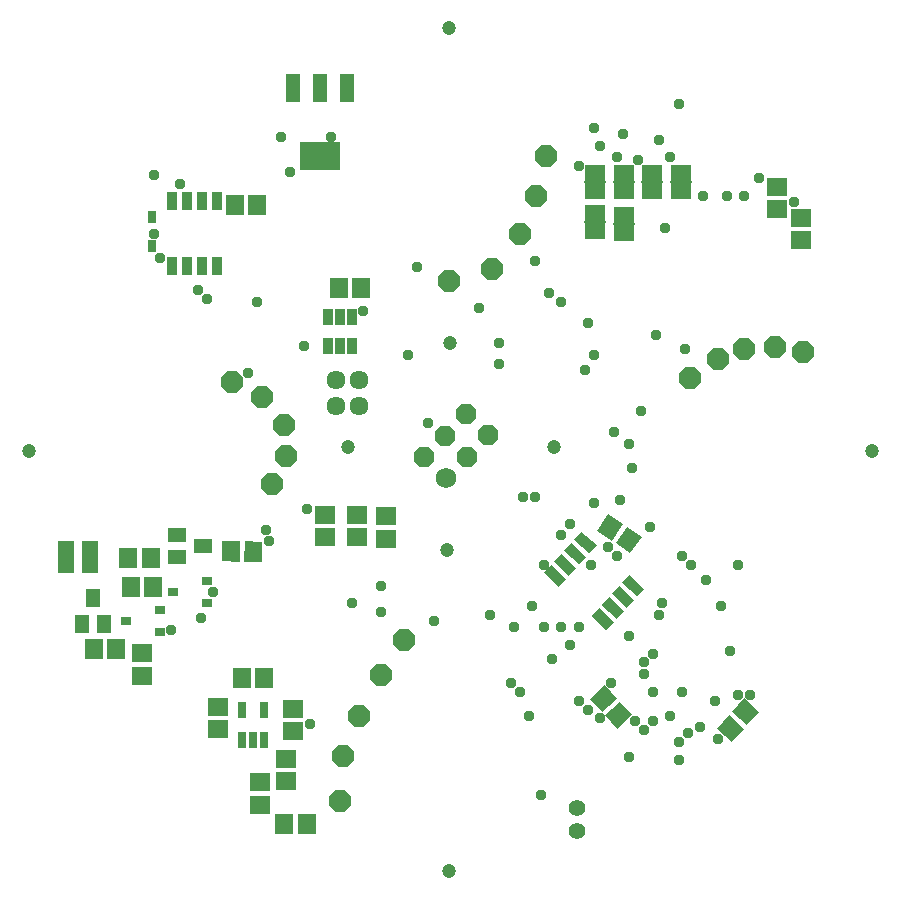
<source format=gbr>
G04 EAGLE Gerber RS-274X export*
G75*
%MOMM*%
%FSLAX34Y34*%
%LPD*%
%INSoldermask Bottom*%
%IPPOS*%
%AMOC8*
5,1,8,0,0,1.08239X$1,22.5*%
G01*
%ADD10C,1.203200*%
%ADD11R,1.703200X1.503200*%
%ADD12R,1.503200X1.703200*%
%ADD13R,0.803200X1.003200*%
%ADD14R,0.903200X1.503200*%
%ADD15R,1.728200X0.903200*%
%ADD16R,1.203200X1.603200*%
%ADD17R,1.503200X1.803200*%
%ADD18R,0.838200X1.473200*%
%ADD19R,1.153200X2.353200*%
%ADD20R,3.453200X2.353200*%
%ADD21R,0.903200X0.703200*%
%ADD22R,1.603200X1.203200*%
%ADD23C,1.727200*%
%ADD24P,1.869504X8X67.900000*%
%ADD25R,1.803400X1.371600*%
%ADD26R,1.828800X0.152400*%
%ADD27R,1.473200X2.743200*%
%ADD28P,1.951982X8X22.500000*%
%ADD29R,0.753200X1.403200*%
%ADD30C,1.411200*%
%ADD31C,1.611200*%
%ADD32C,0.959600*%


D10*
X-366000Y-6000D03*
X348000Y-6000D03*
X-10000Y352000D03*
X-10000Y-362000D03*
X-95540Y-2520D03*
X78460Y-2520D03*
X-9540Y85480D03*
X-12000Y-90000D03*
D11*
X-115320Y-60220D03*
X-115320Y-79220D03*
D12*
G36*
X119428Y-226957D02*
X109467Y-215698D01*
X122222Y-204413D01*
X132183Y-215672D01*
X119428Y-226957D01*
G37*
G36*
X132018Y-241187D02*
X122057Y-229928D01*
X134812Y-218643D01*
X144773Y-229902D01*
X132018Y-241187D01*
G37*
D11*
X-87560Y-60160D03*
X-87560Y-79160D03*
D13*
X-261260Y192140D03*
X-261260Y167140D03*
D14*
X-232230Y150940D03*
X-244930Y150940D03*
X-219530Y150940D03*
X-206830Y150940D03*
X-232230Y205940D03*
X-244930Y205940D03*
X-219530Y205940D03*
X-206830Y205940D03*
D15*
G36*
X142229Y-110857D02*
X155010Y-122487D01*
X148931Y-129167D01*
X136150Y-117537D01*
X142229Y-110857D01*
G37*
G36*
X133681Y-120250D02*
X146462Y-131880D01*
X140383Y-138560D01*
X127602Y-126930D01*
X133681Y-120250D01*
G37*
G36*
X125134Y-129644D02*
X137915Y-141274D01*
X131836Y-147954D01*
X119055Y-136324D01*
X125134Y-129644D01*
G37*
G36*
X116587Y-139037D02*
X129368Y-150667D01*
X123289Y-157347D01*
X110508Y-145717D01*
X116587Y-139037D01*
G37*
G36*
X76469Y-102533D02*
X89250Y-114163D01*
X83171Y-120843D01*
X70390Y-109213D01*
X76469Y-102533D01*
G37*
G36*
X85017Y-93140D02*
X97798Y-104770D01*
X91719Y-111450D01*
X78938Y-99820D01*
X85017Y-93140D01*
G37*
G36*
X93564Y-83746D02*
X106345Y-95376D01*
X100266Y-102056D01*
X87485Y-90426D01*
X93564Y-83746D01*
G37*
G36*
X102111Y-74353D02*
X114892Y-85983D01*
X108813Y-92663D01*
X96032Y-81033D01*
X102111Y-74353D01*
G37*
D16*
X-311640Y-130080D03*
X-321140Y-152080D03*
X-302140Y-152080D03*
D17*
X-191400Y202100D03*
X-172400Y202100D03*
X-84200Y131580D03*
X-103200Y131580D03*
D12*
X-291720Y-173740D03*
X-310720Y-173740D03*
D11*
X-270180Y-196280D03*
X-270180Y-177280D03*
D12*
G36*
X239823Y-241034D02*
X229941Y-252360D01*
X217107Y-241164D01*
X226989Y-229838D01*
X239823Y-241034D01*
G37*
G36*
X252313Y-226716D02*
X242431Y-238042D01*
X229597Y-226846D01*
X239479Y-215520D01*
X252313Y-226716D01*
G37*
G36*
X127782Y-82089D02*
X115335Y-73661D01*
X124884Y-59559D01*
X137331Y-67987D01*
X127782Y-82089D01*
G37*
G36*
X143516Y-92741D02*
X131069Y-84313D01*
X140618Y-70211D01*
X153065Y-78639D01*
X143516Y-92741D01*
G37*
D18*
X-112360Y107700D03*
X-102360Y107700D03*
X-92360Y107700D03*
X-92360Y82700D03*
X-102360Y82700D03*
X-112360Y82700D03*
D19*
X-141980Y301740D03*
X-118980Y301740D03*
X-95980Y301740D03*
D20*
X-118980Y243740D03*
D21*
X-283320Y-150060D03*
X-254770Y-140560D03*
X-254770Y-159560D03*
X-243480Y-125280D03*
X-214930Y-115780D03*
X-214930Y-134780D03*
D22*
X-218700Y-86280D03*
X-240700Y-76780D03*
X-240700Y-95780D03*
D12*
X-262400Y-96780D03*
X-281400Y-96780D03*
G36*
X-183147Y-82605D02*
X-168117Y-82763D01*
X-168295Y-99793D01*
X-183325Y-99635D01*
X-183147Y-82605D01*
G37*
G36*
X-202146Y-82407D02*
X-187116Y-82565D01*
X-187294Y-99595D01*
X-202324Y-99437D01*
X-202146Y-82407D01*
G37*
D11*
X-63120Y-61220D03*
X-63120Y-80220D03*
D12*
X-279580Y-120880D03*
X-260580Y-120880D03*
D23*
X-12792Y-29003D03*
D24*
X5043Y-10917D03*
X22877Y7168D03*
X-30877Y-11168D03*
X-13043Y6917D03*
X4792Y25003D03*
D25*
X114000Y195620D03*
X114000Y180380D03*
D26*
X114000Y188000D03*
D25*
X114000Y214380D03*
X114000Y229620D03*
D26*
X114000Y222000D03*
D25*
X162000Y214380D03*
X162000Y229620D03*
D26*
X162000Y222000D03*
D25*
X138000Y214380D03*
X138000Y229620D03*
D26*
X138000Y222000D03*
D25*
X186000Y214380D03*
X186000Y229620D03*
D26*
X186000Y222000D03*
D25*
X138000Y193620D03*
X138000Y178380D03*
D26*
X138000Y186000D03*
D11*
X268000Y217500D03*
X268000Y198500D03*
X288000Y191500D03*
X288000Y172500D03*
D27*
X-334000Y-96000D03*
X-314000Y-96000D03*
D28*
X72000Y244000D03*
X64000Y210000D03*
X50000Y178000D03*
X-150000Y16000D03*
X-148000Y-10000D03*
X-160000Y-34000D03*
X-48000Y-166000D03*
X-68000Y-196000D03*
X-86000Y-230000D03*
X240000Y80000D03*
X266000Y82000D03*
X290000Y78000D03*
X-10000Y138000D03*
X-194000Y52000D03*
X-100000Y-264000D03*
X218000Y72000D03*
X26000Y148000D03*
X-168000Y40000D03*
X-102000Y-302000D03*
X194000Y56000D03*
D29*
X-166500Y-251001D03*
X-176000Y-251001D03*
X-185500Y-251001D03*
X-185500Y-224999D03*
X-166500Y-224999D03*
D30*
X98000Y-327500D03*
X98000Y-308500D03*
D12*
X-149500Y-322000D03*
X-130500Y-322000D03*
D11*
X-206000Y-222500D03*
X-206000Y-241500D03*
X-142000Y-224500D03*
X-142000Y-243500D03*
X-170000Y-305500D03*
X-170000Y-286500D03*
D12*
X-185500Y-198000D03*
X-166500Y-198000D03*
D11*
X-148000Y-285500D03*
X-148000Y-266500D03*
D31*
X-86000Y54000D03*
X-106000Y54000D03*
X-106000Y32000D03*
X-86000Y32000D03*
D32*
X112500Y-50000D03*
X227500Y-175000D03*
X185000Y-267500D03*
X112500Y75000D03*
X-145000Y230000D03*
X-37500Y150000D03*
X155000Y-185000D03*
X147500Y-235000D03*
X177500Y-230000D03*
X142500Y-265000D03*
X117500Y-232500D03*
X50000Y-210000D03*
X52500Y-45000D03*
X57500Y-230000D03*
X162500Y-235000D03*
X162500Y-210000D03*
X155000Y-242500D03*
X155000Y-195000D03*
X185000Y-252500D03*
X162500Y-177500D03*
X107500Y-225000D03*
X77500Y-182500D03*
X92500Y-170000D03*
X-220000Y-147500D03*
X100000Y-217500D03*
X85000Y-155000D03*
X25000Y-145000D03*
X70000Y-102500D03*
X132500Y-95000D03*
X192500Y-245000D03*
X195000Y-102500D03*
X202500Y-240000D03*
X207500Y-115000D03*
X245000Y-212500D03*
X235000Y-102500D03*
X187500Y-210000D03*
X187500Y-95000D03*
X85000Y-77500D03*
X62500Y-45000D03*
X-162500Y-82500D03*
X167500Y-145000D03*
X160000Y-70000D03*
X130000Y10000D03*
X135000Y-47500D03*
X170000Y-135000D03*
X145000Y-20000D03*
X152500Y27500D03*
X225000Y210000D03*
X142500Y0D03*
X252500Y225000D03*
X282500Y205000D03*
X92500Y-67500D03*
X215000Y-217500D03*
X220000Y-137500D03*
X110000Y-102500D03*
X-110000Y260000D03*
X-130000Y-55000D03*
X-165000Y-72500D03*
X105000Y62500D03*
X-245000Y-157500D03*
X217500Y-250000D03*
X70000Y-155000D03*
X45000Y-155000D03*
X42500Y-202500D03*
X235000Y-212500D03*
X165000Y92500D03*
X-27500Y17500D03*
X-127500Y-237500D03*
X-260000Y227500D03*
X62500Y155000D03*
X-210000Y-125000D03*
X127500Y-202500D03*
X100000Y-155000D03*
X-215000Y122500D03*
X-222500Y130000D03*
X-172500Y120000D03*
X15000Y115000D03*
X-180000Y60000D03*
X-152500Y260000D03*
X-255000Y157500D03*
X-132500Y82500D03*
X-82500Y112500D03*
X-237500Y220000D03*
X167500Y257500D03*
X177500Y242500D03*
X205000Y210000D03*
X117500Y252500D03*
X112500Y267500D03*
X100000Y235000D03*
X150000Y240000D03*
X132500Y242500D03*
X185000Y287500D03*
X172500Y182500D03*
X137500Y262500D03*
X240000Y210000D03*
X75000Y127500D03*
X32500Y85000D03*
X85000Y120000D03*
X32500Y67500D03*
X-45000Y75000D03*
X107500Y102500D03*
X-22500Y-150000D03*
X-67500Y-142500D03*
X190000Y80000D03*
X142500Y-162500D03*
X125000Y-87500D03*
X-260000Y177500D03*
X67500Y-297500D03*
X60000Y-137500D03*
X-92500Y-135000D03*
X-67500Y-120000D03*
M02*

</source>
